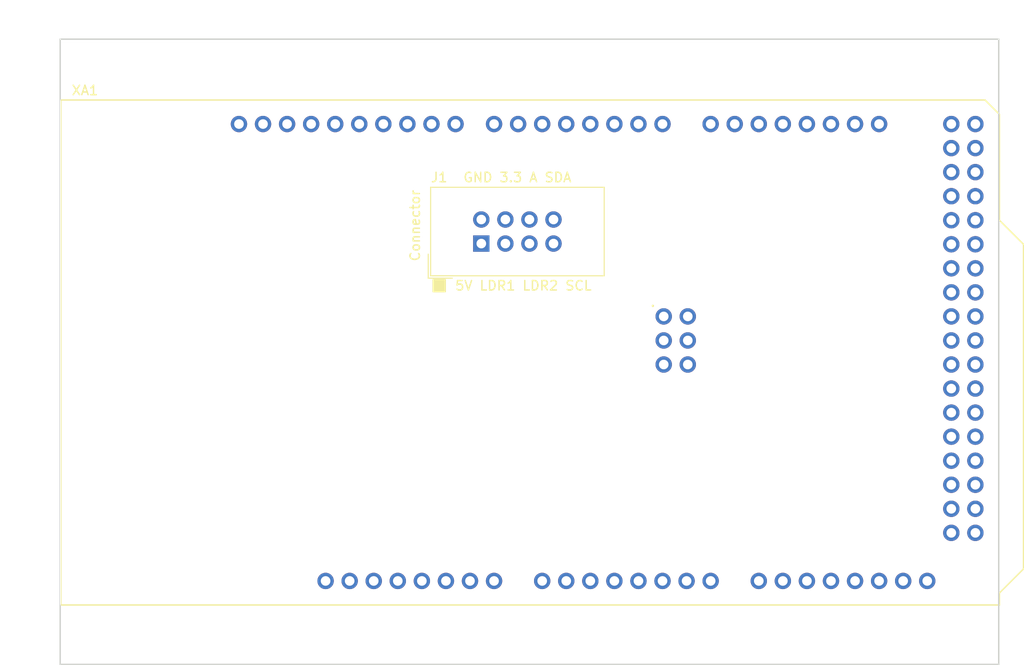
<source format=kicad_pcb>
(kicad_pcb (version 20171130) (host pcbnew "(5.0.0)")

  (general
    (thickness 1.6)
    (drawings 10)
    (tracks 0)
    (zones 0)
    (modules 2)
    (nets 100)
  )

  (page A4)
  (layers
    (0 F.Cu mixed)
    (31 B.Cu signal)
    (32 B.Adhes user)
    (33 F.Adhes user)
    (34 B.Paste user)
    (35 F.Paste user)
    (36 B.SilkS user)
    (37 F.SilkS user)
    (38 B.Mask user)
    (39 F.Mask user)
    (40 Dwgs.User user)
    (41 Cmts.User user)
    (42 Eco1.User user)
    (43 Eco2.User user)
    (44 Edge.Cuts user)
    (45 Margin user)
    (46 B.CrtYd user)
    (47 F.CrtYd user)
    (48 B.Fab user)
    (49 F.Fab user)
  )

  (setup
    (last_trace_width 0.25)
    (trace_clearance 0.25)
    (zone_clearance 0.508)
    (zone_45_only no)
    (trace_min 0.21)
    (segment_width 0.2)
    (edge_width 0.15)
    (via_size 0.8)
    (via_drill 0.4)
    (via_min_size 0.4)
    (via_min_drill 0.32)
    (uvia_size 0.3)
    (uvia_drill 0.1)
    (uvias_allowed no)
    (uvia_min_size 0.2)
    (uvia_min_drill 0.1)
    (pcb_text_width 0.3)
    (pcb_text_size 1.5 1.5)
    (mod_edge_width 0.15)
    (mod_text_size 1 1)
    (mod_text_width 0.15)
    (pad_size 1.524 1.524)
    (pad_drill 0.762)
    (pad_to_mask_clearance 0.2)
    (aux_axis_origin 0 0)
    (visible_elements 7FFFFFFF)
    (pcbplotparams
      (layerselection 0x010fc_ffffffff)
      (usegerberextensions false)
      (usegerberattributes false)
      (usegerberadvancedattributes false)
      (creategerberjobfile false)
      (excludeedgelayer true)
      (linewidth 0.100000)
      (plotframeref false)
      (viasonmask false)
      (mode 1)
      (useauxorigin false)
      (hpglpennumber 1)
      (hpglpenspeed 20)
      (hpglpendiameter 15.000000)
      (psnegative false)
      (psa4output false)
      (plotreference true)
      (plotvalue true)
      (plotinvisibletext false)
      (padsonsilk false)
      (subtractmaskfromsilk false)
      (outputformat 1)
      (mirror false)
      (drillshape 1)
      (scaleselection 1)
      (outputdirectory ""))
  )

  (net 0 "")
  (net 1 "Net-(J1-Pad1)")
  (net 2 "Net-(J1-Pad2)")
  (net 3 "Net-(J1-Pad3)")
  (net 4 "Net-(J1-Pad4)")
  (net 5 "Net-(J1-Pad5)")
  (net 6 "Net-(J1-Pad6)")
  (net 7 "Net-(J1-Pad7)")
  (net 8 "Net-(J1-Pad8)")
  (net 9 "Net-(XA1-PadMISO)")
  (net 10 "Net-(XA1-PadGND6)")
  (net 11 "Net-(XA1-PadGND5)")
  (net 12 "Net-(XA1-PadD53)")
  (net 13 "Net-(XA1-PadD52)")
  (net 14 "Net-(XA1-PadD51)")
  (net 15 "Net-(XA1-PadD50)")
  (net 16 "Net-(XA1-PadD49)")
  (net 17 "Net-(XA1-PadD48)")
  (net 18 "Net-(XA1-PadD47)")
  (net 19 "Net-(XA1-PadD46)")
  (net 20 "Net-(XA1-PadD45)")
  (net 21 "Net-(XA1-PadD44)")
  (net 22 "Net-(XA1-PadD43)")
  (net 23 "Net-(XA1-PadD42)")
  (net 24 "Net-(XA1-PadD41)")
  (net 25 "Net-(XA1-PadD40)")
  (net 26 "Net-(XA1-PadD39)")
  (net 27 "Net-(XA1-PadD38)")
  (net 28 "Net-(XA1-PadD37)")
  (net 29 "Net-(XA1-PadD36)")
  (net 30 "Net-(XA1-PadD35)")
  (net 31 "Net-(XA1-PadD34)")
  (net 32 "Net-(XA1-PadD33)")
  (net 33 "Net-(XA1-PadD32)")
  (net 34 "Net-(XA1-PadD31)")
  (net 35 "Net-(XA1-PadD30)")
  (net 36 "Net-(XA1-PadD29)")
  (net 37 "Net-(XA1-PadD28)")
  (net 38 "Net-(XA1-PadD27)")
  (net 39 "Net-(XA1-PadD26)")
  (net 40 "Net-(XA1-PadD25)")
  (net 41 "Net-(XA1-PadD24)")
  (net 42 "Net-(XA1-PadD23)")
  (net 43 "Net-(XA1-PadD22)")
  (net 44 "Net-(XA1-Pad5V4)")
  (net 45 "Net-(XA1-Pad5V3)")
  (net 46 "Net-(XA1-PadA15)")
  (net 47 "Net-(XA1-PadA14)")
  (net 48 "Net-(XA1-PadA13)")
  (net 49 "Net-(XA1-PadA12)")
  (net 50 "Net-(XA1-PadA11)")
  (net 51 "Net-(XA1-PadA10)")
  (net 52 "Net-(XA1-PadA9)")
  (net 53 "Net-(XA1-PadA8)")
  (net 54 "Net-(XA1-PadA7)")
  (net 55 "Net-(XA1-PadA6)")
  (net 56 "Net-(XA1-PadA5)")
  (net 57 "Net-(XA1-PadA4)")
  (net 58 "Net-(XA1-PadA3)")
  (net 59 "Net-(XA1-PadA2)")
  (net 60 "Net-(XA1-PadA1)")
  (net 61 "Net-(XA1-PadD11)")
  (net 62 "Net-(XA1-PadD12)")
  (net 63 "Net-(XA1-PadD13)")
  (net 64 "Net-(XA1-PadAREF)")
  (net 65 "Net-(XA1-PadSDA)")
  (net 66 "Net-(XA1-PadSCL)")
  (net 67 "Net-(XA1-PadD10)")
  (net 68 "Net-(XA1-PadD9)")
  (net 69 "Net-(XA1-PadD8)")
  (net 70 "Net-(XA1-PadGND1)")
  (net 71 "Net-(XA1-PadD7)")
  (net 72 "Net-(XA1-PadD6)")
  (net 73 "Net-(XA1-PadD5)")
  (net 74 "Net-(XA1-PadD4)")
  (net 75 "Net-(XA1-PadD3)")
  (net 76 "Net-(XA1-PadD2)")
  (net 77 "Net-(XA1-PadD1)")
  (net 78 "Net-(XA1-PadD0)")
  (net 79 "Net-(XA1-PadD14)")
  (net 80 "Net-(XA1-PadD15)")
  (net 81 "Net-(XA1-PadD16)")
  (net 82 "Net-(XA1-PadD17)")
  (net 83 "Net-(XA1-PadD18)")
  (net 84 "Net-(XA1-PadD19)")
  (net 85 "Net-(XA1-PadD20)")
  (net 86 "Net-(XA1-PadD21)")
  (net 87 "Net-(XA1-PadIORF)")
  (net 88 "Net-(XA1-PadRST1)")
  (net 89 "Net-(XA1-Pad3V3)")
  (net 90 "Net-(XA1-Pad5V1)")
  (net 91 "Net-(XA1-PadGND2)")
  (net 92 "Net-(XA1-PadGND3)")
  (net 93 "Net-(XA1-PadVIN)")
  (net 94 "Net-(XA1-PadA0)")
  (net 95 "Net-(XA1-Pad5V2)")
  (net 96 "Net-(XA1-PadSCK)")
  (net 97 "Net-(XA1-PadMOSI)")
  (net 98 "Net-(XA1-PadGND4)")
  (net 99 "Net-(XA1-PadRST2)")

  (net_class Default "This is the default net class."
    (clearance 0.25)
    (trace_width 0.25)
    (via_dia 0.8)
    (via_drill 0.4)
    (uvia_dia 0.3)
    (uvia_drill 0.1)
    (diff_pair_gap 0.25)
    (diff_pair_width 0.21)
    (add_net "Net-(J1-Pad1)")
    (add_net "Net-(J1-Pad2)")
    (add_net "Net-(J1-Pad3)")
    (add_net "Net-(J1-Pad4)")
    (add_net "Net-(J1-Pad5)")
    (add_net "Net-(J1-Pad6)")
    (add_net "Net-(J1-Pad7)")
    (add_net "Net-(J1-Pad8)")
    (add_net "Net-(XA1-Pad3V3)")
    (add_net "Net-(XA1-Pad5V1)")
    (add_net "Net-(XA1-Pad5V2)")
    (add_net "Net-(XA1-Pad5V3)")
    (add_net "Net-(XA1-Pad5V4)")
    (add_net "Net-(XA1-PadA0)")
    (add_net "Net-(XA1-PadA1)")
    (add_net "Net-(XA1-PadA10)")
    (add_net "Net-(XA1-PadA11)")
    (add_net "Net-(XA1-PadA12)")
    (add_net "Net-(XA1-PadA13)")
    (add_net "Net-(XA1-PadA14)")
    (add_net "Net-(XA1-PadA15)")
    (add_net "Net-(XA1-PadA2)")
    (add_net "Net-(XA1-PadA3)")
    (add_net "Net-(XA1-PadA4)")
    (add_net "Net-(XA1-PadA5)")
    (add_net "Net-(XA1-PadA6)")
    (add_net "Net-(XA1-PadA7)")
    (add_net "Net-(XA1-PadA8)")
    (add_net "Net-(XA1-PadA9)")
    (add_net "Net-(XA1-PadAREF)")
    (add_net "Net-(XA1-PadD0)")
    (add_net "Net-(XA1-PadD1)")
    (add_net "Net-(XA1-PadD10)")
    (add_net "Net-(XA1-PadD11)")
    (add_net "Net-(XA1-PadD12)")
    (add_net "Net-(XA1-PadD13)")
    (add_net "Net-(XA1-PadD14)")
    (add_net "Net-(XA1-PadD15)")
    (add_net "Net-(XA1-PadD16)")
    (add_net "Net-(XA1-PadD17)")
    (add_net "Net-(XA1-PadD18)")
    (add_net "Net-(XA1-PadD19)")
    (add_net "Net-(XA1-PadD2)")
    (add_net "Net-(XA1-PadD20)")
    (add_net "Net-(XA1-PadD21)")
    (add_net "Net-(XA1-PadD22)")
    (add_net "Net-(XA1-PadD23)")
    (add_net "Net-(XA1-PadD24)")
    (add_net "Net-(XA1-PadD25)")
    (add_net "Net-(XA1-PadD26)")
    (add_net "Net-(XA1-PadD27)")
    (add_net "Net-(XA1-PadD28)")
    (add_net "Net-(XA1-PadD29)")
    (add_net "Net-(XA1-PadD3)")
    (add_net "Net-(XA1-PadD30)")
    (add_net "Net-(XA1-PadD31)")
    (add_net "Net-(XA1-PadD32)")
    (add_net "Net-(XA1-PadD33)")
    (add_net "Net-(XA1-PadD34)")
    (add_net "Net-(XA1-PadD35)")
    (add_net "Net-(XA1-PadD36)")
    (add_net "Net-(XA1-PadD37)")
    (add_net "Net-(XA1-PadD38)")
    (add_net "Net-(XA1-PadD39)")
    (add_net "Net-(XA1-PadD4)")
    (add_net "Net-(XA1-PadD40)")
    (add_net "Net-(XA1-PadD41)")
    (add_net "Net-(XA1-PadD42)")
    (add_net "Net-(XA1-PadD43)")
    (add_net "Net-(XA1-PadD44)")
    (add_net "Net-(XA1-PadD45)")
    (add_net "Net-(XA1-PadD46)")
    (add_net "Net-(XA1-PadD47)")
    (add_net "Net-(XA1-PadD48)")
    (add_net "Net-(XA1-PadD49)")
    (add_net "Net-(XA1-PadD5)")
    (add_net "Net-(XA1-PadD50)")
    (add_net "Net-(XA1-PadD51)")
    (add_net "Net-(XA1-PadD52)")
    (add_net "Net-(XA1-PadD53)")
    (add_net "Net-(XA1-PadD6)")
    (add_net "Net-(XA1-PadD7)")
    (add_net "Net-(XA1-PadD8)")
    (add_net "Net-(XA1-PadD9)")
    (add_net "Net-(XA1-PadGND1)")
    (add_net "Net-(XA1-PadGND2)")
    (add_net "Net-(XA1-PadGND3)")
    (add_net "Net-(XA1-PadGND4)")
    (add_net "Net-(XA1-PadGND5)")
    (add_net "Net-(XA1-PadGND6)")
    (add_net "Net-(XA1-PadIORF)")
    (add_net "Net-(XA1-PadMISO)")
    (add_net "Net-(XA1-PadMOSI)")
    (add_net "Net-(XA1-PadRST1)")
    (add_net "Net-(XA1-PadRST2)")
    (add_net "Net-(XA1-PadSCK)")
    (add_net "Net-(XA1-PadSCL)")
    (add_net "Net-(XA1-PadSDA)")
    (add_net "Net-(XA1-PadVIN)")
  )

  (module Connector_IDC:IDC-Header_2x04_P2.54mm_Vertical_CCW (layer F.Cu) (tedit 5BE12CA7) (tstamp 5BF964DD)
    (at 138.43 77.47 90)
    (descr "Through hole straight IDC box header, 2x04, 2.54mm pitch, double rows")
    (tags "Through hole IDC box header THT 2x04 2.54mm double row")
    (path /5BE1CBBB)
    (fp_text reference J1 (at 6.985 -4.445 180) (layer F.SilkS)
      (effects (font (size 1 1) (thickness 0.15)))
    )
    (fp_text value Connector (at 1.27 14.224 90) (layer F.Fab)
      (effects (font (size 1 1) (thickness 0.15)))
    )
    (fp_line (start -3.655 -5.6) (end -1.115 -5.6) (layer F.SilkS) (width 0.12))
    (fp_line (start -3.655 -5.6) (end -3.655 -3.06) (layer F.SilkS) (width 0.12))
    (fp_line (start -3.405 -5.35) (end 5.945 -5.35) (layer F.SilkS) (width 0.12))
    (fp_line (start -3.405 12.97) (end -3.405 -5.35) (layer F.SilkS) (width 0.12))
    (fp_line (start 5.945 12.97) (end -3.405 12.97) (layer F.SilkS) (width 0.12))
    (fp_line (start 5.945 -5.35) (end 5.945 12.97) (layer F.SilkS) (width 0.12))
    (fp_line (start -3.41 -5.35) (end 5.95 -5.35) (layer F.CrtYd) (width 0.05))
    (fp_line (start -3.41 12.97) (end -3.41 -5.35) (layer F.CrtYd) (width 0.05))
    (fp_line (start 5.95 12.97) (end -3.41 12.97) (layer F.CrtYd) (width 0.05))
    (fp_line (start 5.95 -5.35) (end 5.95 12.97) (layer F.CrtYd) (width 0.05))
    (fp_line (start -3.155 12.72) (end -2.605 12.16) (layer F.Fab) (width 0.1))
    (fp_line (start -3.155 -5.1) (end -2.605 -4.56) (layer F.Fab) (width 0.1))
    (fp_line (start 5.695 12.72) (end 5.145 12.16) (layer F.Fab) (width 0.1))
    (fp_line (start 5.695 -5.1) (end 5.145 -4.56) (layer F.Fab) (width 0.1))
    (fp_line (start 5.145 12.16) (end -2.605 12.16) (layer F.Fab) (width 0.1))
    (fp_line (start 5.695 12.72) (end -3.155 12.72) (layer F.Fab) (width 0.1))
    (fp_line (start 5.145 -4.56) (end -2.605 -4.56) (layer F.Fab) (width 0.1))
    (fp_line (start 5.695 -5.1) (end -3.155 -5.1) (layer F.Fab) (width 0.1))
    (fp_line (start -2.605 6.06) (end -3.155 6.06) (layer F.Fab) (width 0.1))
    (fp_line (start -2.605 1.56) (end -3.155 1.56) (layer F.Fab) (width 0.1))
    (fp_line (start -2.605 6.06) (end -2.605 12.16) (layer F.Fab) (width 0.1))
    (fp_line (start -2.605 -4.56) (end -2.605 1.56) (layer F.Fab) (width 0.1))
    (fp_line (start -3.155 -5.1) (end -3.155 12.72) (layer F.Fab) (width 0.1))
    (fp_line (start 5.145 -4.56) (end 5.145 12.16) (layer F.Fab) (width 0.1))
    (fp_line (start 5.695 -5.1) (end 5.695 12.72) (layer F.Fab) (width 0.1))
    (fp_text user %R (at 1.27 3.81 90) (layer F.Fab)
      (effects (font (size 1 1) (thickness 0.15)))
    )
    (pad 8 thru_hole oval (at 2.54 0 90) (size 1.7272 1.7272) (drill 1.016) (layers *.Cu *.Mask)
      (net 8 "Net-(J1-Pad8)"))
    (pad 7 thru_hole oval (at 2.54 2.54 90) (size 1.7272 1.7272) (drill 1.016) (layers *.Cu *.Mask)
      (net 7 "Net-(J1-Pad7)"))
    (pad 6 thru_hole oval (at 2.54 5.08 90) (size 1.7272 1.7272) (drill 1.016) (layers *.Cu *.Mask)
      (net 6 "Net-(J1-Pad6)"))
    (pad 5 thru_hole oval (at 2.54 7.62 90) (size 1.7272 1.7272) (drill 1.016) (layers *.Cu *.Mask)
      (net 5 "Net-(J1-Pad5)"))
    (pad 4 thru_hole oval (at 0 7.62 90) (size 1.7272 1.7272) (drill 1.016) (layers *.Cu *.Mask)
      (net 4 "Net-(J1-Pad4)"))
    (pad 3 thru_hole oval (at 0 5.08 90) (size 1.7272 1.7272) (drill 1.016) (layers *.Cu *.Mask)
      (net 3 "Net-(J1-Pad3)"))
    (pad 2 thru_hole oval (at 0 2.54 90) (size 1.7272 1.7272) (drill 1.016) (layers *.Cu *.Mask)
      (net 2 "Net-(J1-Pad2)"))
    (pad 1 thru_hole rect (at 0 0 90) (size 1.7272 1.7272) (drill 1.016) (layers *.Cu *.Mask)
      (net 1 "Net-(J1-Pad1)"))
    (model ${KISYS3DMOD}/Connector_IDC.3dshapes/IDC-Header_2x04_P2.54mm_Vertical.wrl
      (at (xyz 0 0 0))
      (scale (xyz 1 1 1))
      (rotate (xyz 0 0 0))
    )
  )

  (module Connector:Arduino_Mega2560_Shield (layer F.Cu) (tedit 5A8605D3) (tstamp 5BF96555)
    (at 94.055001 115.645001)
    (descr https://store.arduino.cc/arduino-mega-2560-rev3)
    (path /5BE1B984)
    (fp_text reference XA1 (at 2.54 -54.356) (layer F.SilkS)
      (effects (font (size 1 1) (thickness 0.15)))
    )
    (fp_text value Arduino_Mega2560_Shield (at 15.494 -54.356) (layer F.Fab)
      (effects (font (size 1 1) (thickness 0.15)))
    )
    (fp_line (start 0 -53.34) (end 97.536 -53.34) (layer F.SilkS) (width 0.15))
    (fp_line (start 0 0) (end 99.06 0) (layer F.SilkS) (width 0.15))
    (fp_line (start 97.536 -53.34) (end 99.06 -51.816) (layer F.SilkS) (width 0.15))
    (fp_line (start 99.06 0) (end 99.06 -1.27) (layer F.SilkS) (width 0.15))
    (fp_line (start 99.06 -1.27) (end 101.6 -3.81) (layer F.SilkS) (width 0.15))
    (fp_line (start 101.6 -3.81) (end 101.6 -38.1) (layer F.SilkS) (width 0.15))
    (fp_line (start 101.6 -38.1) (end 99.06 -40.64) (layer F.SilkS) (width 0.15))
    (fp_line (start 99.06 -40.64) (end 99.06 -51.816) (layer F.SilkS) (width 0.15))
    (fp_line (start 0 -53.34) (end 0 0) (layer F.SilkS) (width 0.15))
    (fp_line (start -1.905 -12.065) (end 11.43 -12.065) (layer B.CrtYd) (width 0.15))
    (fp_line (start -1.905 -12.065) (end -1.905 -3.175) (layer B.CrtYd) (width 0.15))
    (fp_line (start -1.905 -3.175) (end 11.43 -3.175) (layer B.CrtYd) (width 0.15))
    (fp_line (start 11.43 -12.065) (end 11.43 -3.175) (layer B.CrtYd) (width 0.15))
    (fp_text user . (at 62.484 -32.004) (layer F.SilkS)
      (effects (font (size 1 1) (thickness 0.15)))
    )
    (fp_line (start -6.35 -43.815) (end -6.35 -32.385) (layer B.CrtYd) (width 0.15))
    (fp_line (start 9.525 -43.815) (end 9.525 -32.385) (layer B.CrtYd) (width 0.15))
    (fp_line (start 9.525 -43.815) (end -6.35 -43.815) (layer B.CrtYd) (width 0.15))
    (fp_line (start 9.525 -32.385) (end -6.35 -32.385) (layer B.CrtYd) (width 0.15))
    (pad MISO thru_hole oval (at 63.627 -30.48) (size 1.7272 1.7272) (drill 1.016) (layers *.Cu *.Mask)
      (net 9 "Net-(XA1-PadMISO)"))
    (pad GND6 thru_hole oval (at 96.52 -7.62) (size 1.7272 1.7272) (drill 1.016) (layers *.Cu *.Mask)
      (net 10 "Net-(XA1-PadGND6)"))
    (pad GND5 thru_hole oval (at 93.98 -7.62) (size 1.7272 1.7272) (drill 1.016) (layers *.Cu *.Mask)
      (net 11 "Net-(XA1-PadGND5)"))
    (pad D53 thru_hole oval (at 96.52 -10.16) (size 1.7272 1.7272) (drill 1.016) (layers *.Cu *.Mask)
      (net 12 "Net-(XA1-PadD53)"))
    (pad D52 thru_hole oval (at 93.98 -10.16) (size 1.7272 1.7272) (drill 1.016) (layers *.Cu *.Mask)
      (net 13 "Net-(XA1-PadD52)"))
    (pad D51 thru_hole oval (at 96.52 -12.7) (size 1.7272 1.7272) (drill 1.016) (layers *.Cu *.Mask)
      (net 14 "Net-(XA1-PadD51)"))
    (pad D50 thru_hole oval (at 93.98 -12.7) (size 1.7272 1.7272) (drill 1.016) (layers *.Cu *.Mask)
      (net 15 "Net-(XA1-PadD50)"))
    (pad D49 thru_hole oval (at 96.52 -15.24) (size 1.7272 1.7272) (drill 1.016) (layers *.Cu *.Mask)
      (net 16 "Net-(XA1-PadD49)"))
    (pad D48 thru_hole oval (at 93.98 -15.24) (size 1.7272 1.7272) (drill 1.016) (layers *.Cu *.Mask)
      (net 17 "Net-(XA1-PadD48)"))
    (pad D47 thru_hole oval (at 96.52 -17.78) (size 1.7272 1.7272) (drill 1.016) (layers *.Cu *.Mask)
      (net 18 "Net-(XA1-PadD47)"))
    (pad D46 thru_hole oval (at 93.98 -17.78) (size 1.7272 1.7272) (drill 1.016) (layers *.Cu *.Mask)
      (net 19 "Net-(XA1-PadD46)"))
    (pad D45 thru_hole oval (at 96.52 -20.32) (size 1.7272 1.7272) (drill 1.016) (layers *.Cu *.Mask)
      (net 20 "Net-(XA1-PadD45)"))
    (pad D44 thru_hole oval (at 93.98 -20.32) (size 1.7272 1.7272) (drill 1.016) (layers *.Cu *.Mask)
      (net 21 "Net-(XA1-PadD44)"))
    (pad D43 thru_hole oval (at 96.52 -22.86) (size 1.7272 1.7272) (drill 1.016) (layers *.Cu *.Mask)
      (net 22 "Net-(XA1-PadD43)"))
    (pad D42 thru_hole oval (at 93.98 -22.86) (size 1.7272 1.7272) (drill 1.016) (layers *.Cu *.Mask)
      (net 23 "Net-(XA1-PadD42)"))
    (pad D41 thru_hole oval (at 96.52 -25.4) (size 1.7272 1.7272) (drill 1.016) (layers *.Cu *.Mask)
      (net 24 "Net-(XA1-PadD41)"))
    (pad D40 thru_hole oval (at 93.98 -25.4) (size 1.7272 1.7272) (drill 1.016) (layers *.Cu *.Mask)
      (net 25 "Net-(XA1-PadD40)"))
    (pad D39 thru_hole oval (at 96.52 -27.94) (size 1.7272 1.7272) (drill 1.016) (layers *.Cu *.Mask)
      (net 26 "Net-(XA1-PadD39)"))
    (pad D38 thru_hole oval (at 93.98 -27.94) (size 1.7272 1.7272) (drill 1.016) (layers *.Cu *.Mask)
      (net 27 "Net-(XA1-PadD38)"))
    (pad D37 thru_hole oval (at 96.52 -30.48) (size 1.7272 1.7272) (drill 1.016) (layers *.Cu *.Mask)
      (net 28 "Net-(XA1-PadD37)"))
    (pad D36 thru_hole oval (at 93.98 -30.48) (size 1.7272 1.7272) (drill 1.016) (layers *.Cu *.Mask)
      (net 29 "Net-(XA1-PadD36)"))
    (pad D35 thru_hole oval (at 96.52 -33.02) (size 1.7272 1.7272) (drill 1.016) (layers *.Cu *.Mask)
      (net 30 "Net-(XA1-PadD35)"))
    (pad D34 thru_hole oval (at 93.98 -33.02) (size 1.7272 1.7272) (drill 1.016) (layers *.Cu *.Mask)
      (net 31 "Net-(XA1-PadD34)"))
    (pad D33 thru_hole oval (at 96.52 -35.56) (size 1.7272 1.7272) (drill 1.016) (layers *.Cu *.Mask)
      (net 32 "Net-(XA1-PadD33)"))
    (pad D32 thru_hole oval (at 93.98 -35.56) (size 1.7272 1.7272) (drill 1.016) (layers *.Cu *.Mask)
      (net 33 "Net-(XA1-PadD32)"))
    (pad D31 thru_hole oval (at 96.52 -38.1) (size 1.7272 1.7272) (drill 1.016) (layers *.Cu *.Mask)
      (net 34 "Net-(XA1-PadD31)"))
    (pad D30 thru_hole oval (at 93.98 -38.1) (size 1.7272 1.7272) (drill 1.016) (layers *.Cu *.Mask)
      (net 35 "Net-(XA1-PadD30)"))
    (pad D29 thru_hole oval (at 96.52 -40.64) (size 1.7272 1.7272) (drill 1.016) (layers *.Cu *.Mask)
      (net 36 "Net-(XA1-PadD29)"))
    (pad D28 thru_hole oval (at 93.98 -40.64) (size 1.7272 1.7272) (drill 1.016) (layers *.Cu *.Mask)
      (net 37 "Net-(XA1-PadD28)"))
    (pad D27 thru_hole oval (at 96.52 -43.18) (size 1.7272 1.7272) (drill 1.016) (layers *.Cu *.Mask)
      (net 38 "Net-(XA1-PadD27)"))
    (pad D26 thru_hole oval (at 93.98 -43.18) (size 1.7272 1.7272) (drill 1.016) (layers *.Cu *.Mask)
      (net 39 "Net-(XA1-PadD26)"))
    (pad D25 thru_hole oval (at 96.52 -45.72) (size 1.7272 1.7272) (drill 1.016) (layers *.Cu *.Mask)
      (net 40 "Net-(XA1-PadD25)"))
    (pad D24 thru_hole oval (at 93.98 -45.72) (size 1.7272 1.7272) (drill 1.016) (layers *.Cu *.Mask)
      (net 41 "Net-(XA1-PadD24)"))
    (pad D23 thru_hole oval (at 96.52 -48.26) (size 1.7272 1.7272) (drill 1.016) (layers *.Cu *.Mask)
      (net 42 "Net-(XA1-PadD23)"))
    (pad D22 thru_hole oval (at 93.98 -48.26) (size 1.7272 1.7272) (drill 1.016) (layers *.Cu *.Mask)
      (net 43 "Net-(XA1-PadD22)"))
    (pad 5V4 thru_hole oval (at 96.52 -50.8) (size 1.7272 1.7272) (drill 1.016) (layers *.Cu *.Mask)
      (net 44 "Net-(XA1-Pad5V4)"))
    (pad 5V3 thru_hole oval (at 93.98 -50.8) (size 1.7272 1.7272) (drill 1.016) (layers *.Cu *.Mask)
      (net 45 "Net-(XA1-Pad5V3)"))
    (pad A15 thru_hole oval (at 91.44 -2.54) (size 1.7272 1.7272) (drill 1.016) (layers *.Cu *.Mask)
      (net 46 "Net-(XA1-PadA15)"))
    (pad A14 thru_hole oval (at 88.9 -2.54) (size 1.7272 1.7272) (drill 1.016) (layers *.Cu *.Mask)
      (net 47 "Net-(XA1-PadA14)"))
    (pad A13 thru_hole oval (at 86.36 -2.54) (size 1.7272 1.7272) (drill 1.016) (layers *.Cu *.Mask)
      (net 48 "Net-(XA1-PadA13)"))
    (pad A12 thru_hole oval (at 83.82 -2.54) (size 1.7272 1.7272) (drill 1.016) (layers *.Cu *.Mask)
      (net 49 "Net-(XA1-PadA12)"))
    (pad A11 thru_hole oval (at 81.28 -2.54) (size 1.7272 1.7272) (drill 1.016) (layers *.Cu *.Mask)
      (net 50 "Net-(XA1-PadA11)"))
    (pad A10 thru_hole oval (at 78.74 -2.54) (size 1.7272 1.7272) (drill 1.016) (layers *.Cu *.Mask)
      (net 51 "Net-(XA1-PadA10)"))
    (pad A9 thru_hole oval (at 76.2 -2.54) (size 1.7272 1.7272) (drill 1.016) (layers *.Cu *.Mask)
      (net 52 "Net-(XA1-PadA9)"))
    (pad A8 thru_hole oval (at 73.66 -2.54) (size 1.7272 1.7272) (drill 1.016) (layers *.Cu *.Mask)
      (net 53 "Net-(XA1-PadA8)"))
    (pad A7 thru_hole oval (at 68.58 -2.54) (size 1.7272 1.7272) (drill 1.016) (layers *.Cu *.Mask)
      (net 54 "Net-(XA1-PadA7)"))
    (pad A6 thru_hole oval (at 66.04 -2.54) (size 1.7272 1.7272) (drill 1.016) (layers *.Cu *.Mask)
      (net 55 "Net-(XA1-PadA6)"))
    (pad A5 thru_hole oval (at 63.5 -2.54) (size 1.7272 1.7272) (drill 1.016) (layers *.Cu *.Mask)
      (net 56 "Net-(XA1-PadA5)"))
    (pad A4 thru_hole oval (at 60.96 -2.54) (size 1.7272 1.7272) (drill 1.016) (layers *.Cu *.Mask)
      (net 57 "Net-(XA1-PadA4)"))
    (pad A3 thru_hole oval (at 58.42 -2.54) (size 1.7272 1.7272) (drill 1.016) (layers *.Cu *.Mask)
      (net 58 "Net-(XA1-PadA3)"))
    (pad A2 thru_hole oval (at 55.88 -2.54) (size 1.7272 1.7272) (drill 1.016) (layers *.Cu *.Mask)
      (net 59 "Net-(XA1-PadA2)"))
    (pad A1 thru_hole oval (at 53.34 -2.54) (size 1.7272 1.7272) (drill 1.016) (layers *.Cu *.Mask)
      (net 60 "Net-(XA1-PadA1)"))
    (pad "" thru_hole oval (at 27.94 -2.54) (size 1.7272 1.7272) (drill 1.016) (layers *.Cu *.Mask))
    (pad D11 thru_hole oval (at 34.036 -50.8) (size 1.7272 1.7272) (drill 1.016) (layers *.Cu *.Mask)
      (net 61 "Net-(XA1-PadD11)"))
    (pad D12 thru_hole oval (at 31.496 -50.8) (size 1.7272 1.7272) (drill 1.016) (layers *.Cu *.Mask)
      (net 62 "Net-(XA1-PadD12)"))
    (pad D13 thru_hole oval (at 28.956 -50.8) (size 1.7272 1.7272) (drill 1.016) (layers *.Cu *.Mask)
      (net 63 "Net-(XA1-PadD13)"))
    (pad AREF thru_hole oval (at 23.876 -50.8) (size 1.7272 1.7272) (drill 1.016) (layers *.Cu *.Mask)
      (net 64 "Net-(XA1-PadAREF)"))
    (pad SDA thru_hole oval (at 21.336 -50.8) (size 1.7272 1.7272) (drill 1.016) (layers *.Cu *.Mask)
      (net 65 "Net-(XA1-PadSDA)"))
    (pad SCL thru_hole oval (at 18.796 -50.8) (size 1.7272 1.7272) (drill 1.016) (layers *.Cu *.Mask)
      (net 66 "Net-(XA1-PadSCL)"))
    (pad "" np_thru_hole circle (at 13.97 -2.54) (size 3.2 3.2) (drill 3.2) (layers *.Cu *.Mask))
    (pad "" np_thru_hole circle (at 96.52 -2.54) (size 3.2 3.2) (drill 3.2) (layers *.Cu *.Mask))
    (pad "" np_thru_hole circle (at 15.24 -50.8) (size 3.2 3.2) (drill 3.2) (layers *.Cu *.Mask))
    (pad "" np_thru_hole circle (at 90.17 -50.8) (size 3.2 3.2) (drill 3.2) (layers *.Cu *.Mask))
    (pad "" np_thru_hole circle (at 66.04 -35.56) (size 3.2 3.2) (drill 3.2) (layers *.Cu *.Mask))
    (pad "" np_thru_hole circle (at 66.04 -7.62) (size 3.2 3.2) (drill 3.2) (layers *.Cu *.Mask))
    (pad D10 thru_hole oval (at 36.576 -50.8) (size 1.7272 1.7272) (drill 1.016) (layers *.Cu *.Mask)
      (net 67 "Net-(XA1-PadD10)"))
    (pad D9 thru_hole oval (at 39.116 -50.8) (size 1.7272 1.7272) (drill 1.016) (layers *.Cu *.Mask)
      (net 68 "Net-(XA1-PadD9)"))
    (pad D8 thru_hole oval (at 41.656 -50.8) (size 1.7272 1.7272) (drill 1.016) (layers *.Cu *.Mask)
      (net 69 "Net-(XA1-PadD8)"))
    (pad GND1 thru_hole oval (at 26.416 -50.8) (size 1.7272 1.7272) (drill 1.016) (layers *.Cu *.Mask)
      (net 70 "Net-(XA1-PadGND1)"))
    (pad D7 thru_hole oval (at 45.72 -50.8) (size 1.7272 1.7272) (drill 1.016) (layers *.Cu *.Mask)
      (net 71 "Net-(XA1-PadD7)"))
    (pad D6 thru_hole oval (at 48.26 -50.8) (size 1.7272 1.7272) (drill 1.016) (layers *.Cu *.Mask)
      (net 72 "Net-(XA1-PadD6)"))
    (pad D5 thru_hole oval (at 50.8 -50.8) (size 1.7272 1.7272) (drill 1.016) (layers *.Cu *.Mask)
      (net 73 "Net-(XA1-PadD5)"))
    (pad D4 thru_hole oval (at 53.34 -50.8) (size 1.7272 1.7272) (drill 1.016) (layers *.Cu *.Mask)
      (net 74 "Net-(XA1-PadD4)"))
    (pad D3 thru_hole oval (at 55.88 -50.8) (size 1.7272 1.7272) (drill 1.016) (layers *.Cu *.Mask)
      (net 75 "Net-(XA1-PadD3)"))
    (pad D2 thru_hole oval (at 58.42 -50.8) (size 1.7272 1.7272) (drill 1.016) (layers *.Cu *.Mask)
      (net 76 "Net-(XA1-PadD2)"))
    (pad D1 thru_hole oval (at 60.96 -50.8) (size 1.7272 1.7272) (drill 1.016) (layers *.Cu *.Mask)
      (net 77 "Net-(XA1-PadD1)"))
    (pad D0 thru_hole oval (at 63.5 -50.8) (size 1.7272 1.7272) (drill 1.016) (layers *.Cu *.Mask)
      (net 78 "Net-(XA1-PadD0)"))
    (pad D14 thru_hole oval (at 68.58 -50.8) (size 1.7272 1.7272) (drill 1.016) (layers *.Cu *.Mask)
      (net 79 "Net-(XA1-PadD14)"))
    (pad D15 thru_hole oval (at 71.12 -50.8) (size 1.7272 1.7272) (drill 1.016) (layers *.Cu *.Mask)
      (net 80 "Net-(XA1-PadD15)"))
    (pad D16 thru_hole oval (at 73.66 -50.8) (size 1.7272 1.7272) (drill 1.016) (layers *.Cu *.Mask)
      (net 81 "Net-(XA1-PadD16)"))
    (pad D17 thru_hole oval (at 76.2 -50.8) (size 1.7272 1.7272) (drill 1.016) (layers *.Cu *.Mask)
      (net 82 "Net-(XA1-PadD17)"))
    (pad D18 thru_hole oval (at 78.74 -50.8) (size 1.7272 1.7272) (drill 1.016) (layers *.Cu *.Mask)
      (net 83 "Net-(XA1-PadD18)"))
    (pad D19 thru_hole oval (at 81.28 -50.8) (size 1.7272 1.7272) (drill 1.016) (layers *.Cu *.Mask)
      (net 84 "Net-(XA1-PadD19)"))
    (pad D20 thru_hole oval (at 83.82 -50.8) (size 1.7272 1.7272) (drill 1.016) (layers *.Cu *.Mask)
      (net 85 "Net-(XA1-PadD20)"))
    (pad D21 thru_hole oval (at 86.36 -50.8) (size 1.7272 1.7272) (drill 1.016) (layers *.Cu *.Mask)
      (net 86 "Net-(XA1-PadD21)"))
    (pad IORF thru_hole oval (at 30.48 -2.54) (size 1.7272 1.7272) (drill 1.016) (layers *.Cu *.Mask)
      (net 87 "Net-(XA1-PadIORF)"))
    (pad RST1 thru_hole oval (at 33.02 -2.54) (size 1.7272 1.7272) (drill 1.016) (layers *.Cu *.Mask)
      (net 88 "Net-(XA1-PadRST1)"))
    (pad 3V3 thru_hole oval (at 35.56 -2.54) (size 1.7272 1.7272) (drill 1.016) (layers *.Cu *.Mask)
      (net 89 "Net-(XA1-Pad3V3)"))
    (pad 5V1 thru_hole oval (at 38.1 -2.54) (size 1.7272 1.7272) (drill 1.016) (layers *.Cu *.Mask)
      (net 90 "Net-(XA1-Pad5V1)"))
    (pad GND2 thru_hole oval (at 40.64 -2.54) (size 1.7272 1.7272) (drill 1.016) (layers *.Cu *.Mask)
      (net 91 "Net-(XA1-PadGND2)"))
    (pad GND3 thru_hole oval (at 43.18 -2.54) (size 1.7272 1.7272) (drill 1.016) (layers *.Cu *.Mask)
      (net 92 "Net-(XA1-PadGND3)"))
    (pad VIN thru_hole oval (at 45.72 -2.54) (size 1.7272 1.7272) (drill 1.016) (layers *.Cu *.Mask)
      (net 93 "Net-(XA1-PadVIN)"))
    (pad A0 thru_hole oval (at 50.8 -2.54) (size 1.7272 1.7272) (drill 1.016) (layers *.Cu *.Mask)
      (net 94 "Net-(XA1-PadA0)"))
    (pad 5V2 thru_hole oval (at 66.167 -30.48) (size 1.7272 1.7272) (drill 1.016) (layers *.Cu *.Mask)
      (net 95 "Net-(XA1-Pad5V2)"))
    (pad SCK thru_hole oval (at 63.627 -27.94) (size 1.7272 1.7272) (drill 1.016) (layers *.Cu *.Mask)
      (net 96 "Net-(XA1-PadSCK)"))
    (pad MOSI thru_hole oval (at 66.167 -27.94) (size 1.7272 1.7272) (drill 1.016) (layers *.Cu *.Mask)
      (net 97 "Net-(XA1-PadMOSI)"))
    (pad GND4 thru_hole oval (at 66.167 -25.4) (size 1.7272 1.7272) (drill 1.016) (layers *.Cu *.Mask)
      (net 98 "Net-(XA1-PadGND4)"))
    (pad RST2 thru_hole oval (at 63.627 -25.4) (size 1.7272 1.7272) (drill 1.016) (layers *.Cu *.Mask)
      (net 99 "Net-(XA1-PadRST2)"))
  )

  (gr_poly (pts (xy 134.62 81.915) (xy 134.62 82.55) (xy 133.35 82.55) (xy 133.35 81.28) (xy 134.62 81.28)) (layer F.SilkS) (width 0.15))
  (gr_text "5V LDR1 LDR2 SCL" (at 142.875 81.915) (layer F.SilkS) (tstamp 5BE15956)
    (effects (font (size 1 1) (thickness 0.15)))
  )
  (gr_text "GND 3.3 A SDA" (at 142.24 70.485) (layer F.SilkS)
    (effects (font (size 1 1) (thickness 0.15)))
  )
  (gr_text Connector (at 131.445 75.565 90) (layer F.SilkS)
    (effects (font (size 1 1) (thickness 0.15)))
  )
  (gr_line (start 93.98 121.92) (end 93.98 55.88) (layer Edge.Cuts) (width 0.15))
  (gr_line (start 193.04 121.92) (end 93.98 121.92) (layer Edge.Cuts) (width 0.15))
  (gr_line (start 193.04 55.88) (end 193.04 121.92) (layer Edge.Cuts) (width 0.15))
  (gr_line (start 93.98 55.88) (end 193.04 55.88) (layer Edge.Cuts) (width 0.15))
  (gr_text "Larger size" (at 132.08 54.61) (layer F.CrtYd)
    (effects (font (size 4 2) (thickness 0.3)))
  )
  (gr_text "Min W0.15 H0.8  Ratio 1:5" (at 132.08 58.42) (layer F.CrtYd)
    (effects (font (size 0.8 0.15) (thickness 0.0375)))
  )

)

</source>
